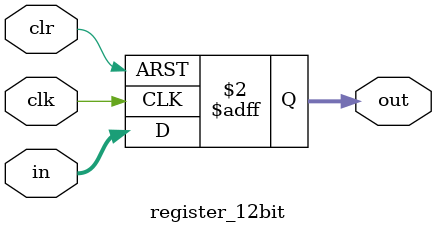
<source format=v>
module register_12bit(out, in, clk, clr);
	input [11:0] in;
	input clk, clr;
	output reg [11:0] out;
	
	always @(posedge clk or posedge clr) begin
       if (clr) begin
           out <= 12'b0;
       end else begin
           out <= in;
       end
   end
	
endmodule
	
</source>
